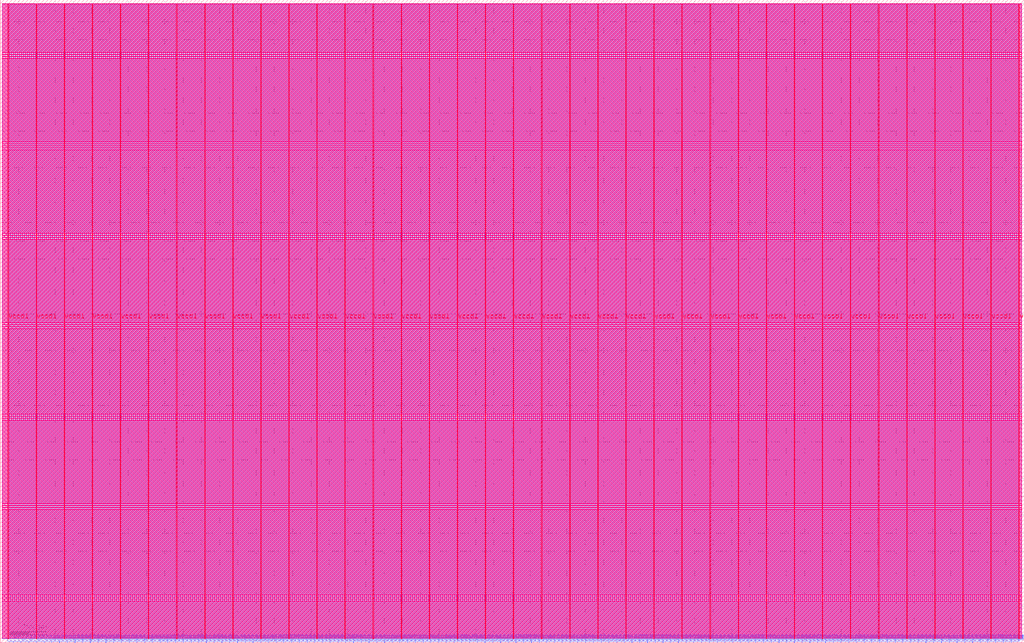
<source format=lef>
VERSION 5.7 ;
  NOWIREEXTENSIONATPIN ON ;
  DIVIDERCHAR "/" ;
  BUSBITCHARS "[]" ;
MACRO user_proj_example
  CLASS BLOCK ;
  FOREIGN user_proj_example ;
  ORIGIN 0.000 0.000 ;
  SIZE 2800.000 BY 1760.000 ;
  PIN la_data_in
    DIRECTION INPUT ;
    USE SIGNAL ;
    PORT
      LAYER met2 ;
        RECT 56.210 0.000 56.490 4.000 ;
    END
  END la_data_in
  PIN la_data_out[0]
    DIRECTION OUTPUT TRISTATE ;
    USE SIGNAL ;
    PORT
      LAYER met2 ;
        RECT 77.370 0.000 77.650 4.000 ;
    END
  END la_data_out[0]
  PIN la_data_out[100]
    DIRECTION OUTPUT TRISTATE ;
    USE SIGNAL ;
    PORT
      LAYER met2 ;
        RECT 2193.370 0.000 2193.650 4.000 ;
    END
  END la_data_out[100]
  PIN la_data_out[101]
    DIRECTION OUTPUT TRISTATE ;
    USE SIGNAL ;
    PORT
      LAYER met2 ;
        RECT 2214.530 0.000 2214.810 4.000 ;
    END
  END la_data_out[101]
  PIN la_data_out[102]
    DIRECTION OUTPUT TRISTATE ;
    USE SIGNAL ;
    PORT
      LAYER met2 ;
        RECT 2235.690 0.000 2235.970 4.000 ;
    END
  END la_data_out[102]
  PIN la_data_out[103]
    DIRECTION OUTPUT TRISTATE ;
    USE SIGNAL ;
    PORT
      LAYER met2 ;
        RECT 2256.850 0.000 2257.130 4.000 ;
    END
  END la_data_out[103]
  PIN la_data_out[104]
    DIRECTION OUTPUT TRISTATE ;
    USE SIGNAL ;
    PORT
      LAYER met2 ;
        RECT 2278.010 0.000 2278.290 4.000 ;
    END
  END la_data_out[104]
  PIN la_data_out[105]
    DIRECTION OUTPUT TRISTATE ;
    USE SIGNAL ;
    PORT
      LAYER met2 ;
        RECT 2299.170 0.000 2299.450 4.000 ;
    END
  END la_data_out[105]
  PIN la_data_out[106]
    DIRECTION OUTPUT TRISTATE ;
    USE SIGNAL ;
    PORT
      LAYER met2 ;
        RECT 2320.330 0.000 2320.610 4.000 ;
    END
  END la_data_out[106]
  PIN la_data_out[107]
    DIRECTION OUTPUT TRISTATE ;
    USE SIGNAL ;
    PORT
      LAYER met2 ;
        RECT 2341.490 0.000 2341.770 4.000 ;
    END
  END la_data_out[107]
  PIN la_data_out[108]
    DIRECTION OUTPUT TRISTATE ;
    USE SIGNAL ;
    PORT
      LAYER met2 ;
        RECT 2362.650 0.000 2362.930 4.000 ;
    END
  END la_data_out[108]
  PIN la_data_out[109]
    DIRECTION OUTPUT TRISTATE ;
    USE SIGNAL ;
    PORT
      LAYER met2 ;
        RECT 2383.810 0.000 2384.090 4.000 ;
    END
  END la_data_out[109]
  PIN la_data_out[10]
    DIRECTION OUTPUT TRISTATE ;
    USE SIGNAL ;
    PORT
      LAYER met2 ;
        RECT 288.970 0.000 289.250 4.000 ;
    END
  END la_data_out[10]
  PIN la_data_out[110]
    DIRECTION OUTPUT TRISTATE ;
    USE SIGNAL ;
    PORT
      LAYER met2 ;
        RECT 2404.970 0.000 2405.250 4.000 ;
    END
  END la_data_out[110]
  PIN la_data_out[111]
    DIRECTION OUTPUT TRISTATE ;
    USE SIGNAL ;
    PORT
      LAYER met2 ;
        RECT 2426.130 0.000 2426.410 4.000 ;
    END
  END la_data_out[111]
  PIN la_data_out[112]
    DIRECTION OUTPUT TRISTATE ;
    USE SIGNAL ;
    PORT
      LAYER met2 ;
        RECT 2447.290 0.000 2447.570 4.000 ;
    END
  END la_data_out[112]
  PIN la_data_out[113]
    DIRECTION OUTPUT TRISTATE ;
    USE SIGNAL ;
    PORT
      LAYER met2 ;
        RECT 2468.450 0.000 2468.730 4.000 ;
    END
  END la_data_out[113]
  PIN la_data_out[114]
    DIRECTION OUTPUT TRISTATE ;
    USE SIGNAL ;
    PORT
      LAYER met2 ;
        RECT 2489.610 0.000 2489.890 4.000 ;
    END
  END la_data_out[114]
  PIN la_data_out[115]
    DIRECTION OUTPUT TRISTATE ;
    USE SIGNAL ;
    PORT
      LAYER met2 ;
        RECT 2510.770 0.000 2511.050 4.000 ;
    END
  END la_data_out[115]
  PIN la_data_out[116]
    DIRECTION OUTPUT TRISTATE ;
    USE SIGNAL ;
    PORT
      LAYER met2 ;
        RECT 2531.930 0.000 2532.210 4.000 ;
    END
  END la_data_out[116]
  PIN la_data_out[117]
    DIRECTION OUTPUT TRISTATE ;
    USE SIGNAL ;
    PORT
      LAYER met2 ;
        RECT 2553.090 0.000 2553.370 4.000 ;
    END
  END la_data_out[117]
  PIN la_data_out[118]
    DIRECTION OUTPUT TRISTATE ;
    USE SIGNAL ;
    PORT
      LAYER met2 ;
        RECT 2574.250 0.000 2574.530 4.000 ;
    END
  END la_data_out[118]
  PIN la_data_out[119]
    DIRECTION OUTPUT TRISTATE ;
    USE SIGNAL ;
    PORT
      LAYER met2 ;
        RECT 2595.410 0.000 2595.690 4.000 ;
    END
  END la_data_out[119]
  PIN la_data_out[11]
    DIRECTION OUTPUT TRISTATE ;
    USE SIGNAL ;
    PORT
      LAYER met2 ;
        RECT 310.130 0.000 310.410 4.000 ;
    END
  END la_data_out[11]
  PIN la_data_out[120]
    DIRECTION OUTPUT TRISTATE ;
    USE SIGNAL ;
    PORT
      LAYER met2 ;
        RECT 2616.570 0.000 2616.850 4.000 ;
    END
  END la_data_out[120]
  PIN la_data_out[121]
    DIRECTION OUTPUT TRISTATE ;
    USE SIGNAL ;
    PORT
      LAYER met2 ;
        RECT 2637.730 0.000 2638.010 4.000 ;
    END
  END la_data_out[121]
  PIN la_data_out[122]
    DIRECTION OUTPUT TRISTATE ;
    USE SIGNAL ;
    PORT
      LAYER met2 ;
        RECT 2658.890 0.000 2659.170 4.000 ;
    END
  END la_data_out[122]
  PIN la_data_out[123]
    DIRECTION OUTPUT TRISTATE ;
    USE SIGNAL ;
    PORT
      LAYER met2 ;
        RECT 2680.050 0.000 2680.330 4.000 ;
    END
  END la_data_out[123]
  PIN la_data_out[124]
    DIRECTION OUTPUT TRISTATE ;
    USE SIGNAL ;
    PORT
      LAYER met2 ;
        RECT 2701.210 0.000 2701.490 4.000 ;
    END
  END la_data_out[124]
  PIN la_data_out[125]
    DIRECTION OUTPUT TRISTATE ;
    USE SIGNAL ;
    PORT
      LAYER met2 ;
        RECT 2722.370 0.000 2722.650 4.000 ;
    END
  END la_data_out[125]
  PIN la_data_out[126]
    DIRECTION OUTPUT TRISTATE ;
    USE SIGNAL ;
    PORT
      LAYER met2 ;
        RECT 2743.530 0.000 2743.810 4.000 ;
    END
  END la_data_out[126]
  PIN la_data_out[127]
    DIRECTION OUTPUT TRISTATE ;
    USE SIGNAL ;
    PORT
      LAYER met2 ;
        RECT 2764.690 0.000 2764.970 4.000 ;
    END
  END la_data_out[127]
  PIN la_data_out[12]
    DIRECTION OUTPUT TRISTATE ;
    USE SIGNAL ;
    PORT
      LAYER met2 ;
        RECT 331.290 0.000 331.570 4.000 ;
    END
  END la_data_out[12]
  PIN la_data_out[13]
    DIRECTION OUTPUT TRISTATE ;
    USE SIGNAL ;
    PORT
      LAYER met2 ;
        RECT 352.450 0.000 352.730 4.000 ;
    END
  END la_data_out[13]
  PIN la_data_out[14]
    DIRECTION OUTPUT TRISTATE ;
    USE SIGNAL ;
    PORT
      LAYER met2 ;
        RECT 373.610 0.000 373.890 4.000 ;
    END
  END la_data_out[14]
  PIN la_data_out[15]
    DIRECTION OUTPUT TRISTATE ;
    USE SIGNAL ;
    PORT
      LAYER met2 ;
        RECT 394.770 0.000 395.050 4.000 ;
    END
  END la_data_out[15]
  PIN la_data_out[16]
    DIRECTION OUTPUT TRISTATE ;
    USE SIGNAL ;
    PORT
      LAYER met2 ;
        RECT 415.930 0.000 416.210 4.000 ;
    END
  END la_data_out[16]
  PIN la_data_out[17]
    DIRECTION OUTPUT TRISTATE ;
    USE SIGNAL ;
    PORT
      LAYER met2 ;
        RECT 437.090 0.000 437.370 4.000 ;
    END
  END la_data_out[17]
  PIN la_data_out[18]
    DIRECTION OUTPUT TRISTATE ;
    USE SIGNAL ;
    PORT
      LAYER met2 ;
        RECT 458.250 0.000 458.530 4.000 ;
    END
  END la_data_out[18]
  PIN la_data_out[19]
    DIRECTION OUTPUT TRISTATE ;
    USE SIGNAL ;
    PORT
      LAYER met2 ;
        RECT 479.410 0.000 479.690 4.000 ;
    END
  END la_data_out[19]
  PIN la_data_out[1]
    DIRECTION OUTPUT TRISTATE ;
    USE SIGNAL ;
    PORT
      LAYER met2 ;
        RECT 98.530 0.000 98.810 4.000 ;
    END
  END la_data_out[1]
  PIN la_data_out[20]
    DIRECTION OUTPUT TRISTATE ;
    USE SIGNAL ;
    PORT
      LAYER met2 ;
        RECT 500.570 0.000 500.850 4.000 ;
    END
  END la_data_out[20]
  PIN la_data_out[21]
    DIRECTION OUTPUT TRISTATE ;
    USE SIGNAL ;
    PORT
      LAYER met2 ;
        RECT 521.730 0.000 522.010 4.000 ;
    END
  END la_data_out[21]
  PIN la_data_out[22]
    DIRECTION OUTPUT TRISTATE ;
    USE SIGNAL ;
    PORT
      LAYER met2 ;
        RECT 542.890 0.000 543.170 4.000 ;
    END
  END la_data_out[22]
  PIN la_data_out[23]
    DIRECTION OUTPUT TRISTATE ;
    USE SIGNAL ;
    PORT
      LAYER met2 ;
        RECT 564.050 0.000 564.330 4.000 ;
    END
  END la_data_out[23]
  PIN la_data_out[24]
    DIRECTION OUTPUT TRISTATE ;
    USE SIGNAL ;
    PORT
      LAYER met2 ;
        RECT 585.210 0.000 585.490 4.000 ;
    END
  END la_data_out[24]
  PIN la_data_out[25]
    DIRECTION OUTPUT TRISTATE ;
    USE SIGNAL ;
    PORT
      LAYER met2 ;
        RECT 606.370 0.000 606.650 4.000 ;
    END
  END la_data_out[25]
  PIN la_data_out[26]
    DIRECTION OUTPUT TRISTATE ;
    USE SIGNAL ;
    PORT
      LAYER met2 ;
        RECT 627.530 0.000 627.810 4.000 ;
    END
  END la_data_out[26]
  PIN la_data_out[27]
    DIRECTION OUTPUT TRISTATE ;
    USE SIGNAL ;
    PORT
      LAYER met2 ;
        RECT 648.690 0.000 648.970 4.000 ;
    END
  END la_data_out[27]
  PIN la_data_out[28]
    DIRECTION OUTPUT TRISTATE ;
    USE SIGNAL ;
    PORT
      LAYER met2 ;
        RECT 669.850 0.000 670.130 4.000 ;
    END
  END la_data_out[28]
  PIN la_data_out[29]
    DIRECTION OUTPUT TRISTATE ;
    USE SIGNAL ;
    PORT
      LAYER met2 ;
        RECT 691.010 0.000 691.290 4.000 ;
    END
  END la_data_out[29]
  PIN la_data_out[2]
    DIRECTION OUTPUT TRISTATE ;
    USE SIGNAL ;
    PORT
      LAYER met2 ;
        RECT 119.690 0.000 119.970 4.000 ;
    END
  END la_data_out[2]
  PIN la_data_out[30]
    DIRECTION OUTPUT TRISTATE ;
    USE SIGNAL ;
    PORT
      LAYER met2 ;
        RECT 712.170 0.000 712.450 4.000 ;
    END
  END la_data_out[30]
  PIN la_data_out[31]
    DIRECTION OUTPUT TRISTATE ;
    USE SIGNAL ;
    PORT
      LAYER met2 ;
        RECT 733.330 0.000 733.610 4.000 ;
    END
  END la_data_out[31]
  PIN la_data_out[32]
    DIRECTION OUTPUT TRISTATE ;
    USE SIGNAL ;
    PORT
      LAYER met2 ;
        RECT 754.490 0.000 754.770 4.000 ;
    END
  END la_data_out[32]
  PIN la_data_out[33]
    DIRECTION OUTPUT TRISTATE ;
    USE SIGNAL ;
    PORT
      LAYER met2 ;
        RECT 775.650 0.000 775.930 4.000 ;
    END
  END la_data_out[33]
  PIN la_data_out[34]
    DIRECTION OUTPUT TRISTATE ;
    USE SIGNAL ;
    PORT
      LAYER met2 ;
        RECT 796.810 0.000 797.090 4.000 ;
    END
  END la_data_out[34]
  PIN la_data_out[35]
    DIRECTION OUTPUT TRISTATE ;
    USE SIGNAL ;
    PORT
      LAYER met2 ;
        RECT 817.970 0.000 818.250 4.000 ;
    END
  END la_data_out[35]
  PIN la_data_out[36]
    DIRECTION OUTPUT TRISTATE ;
    USE SIGNAL ;
    PORT
      LAYER met2 ;
        RECT 839.130 0.000 839.410 4.000 ;
    END
  END la_data_out[36]
  PIN la_data_out[37]
    DIRECTION OUTPUT TRISTATE ;
    USE SIGNAL ;
    PORT
      LAYER met2 ;
        RECT 860.290 0.000 860.570 4.000 ;
    END
  END la_data_out[37]
  PIN la_data_out[38]
    DIRECTION OUTPUT TRISTATE ;
    USE SIGNAL ;
    PORT
      LAYER met2 ;
        RECT 881.450 0.000 881.730 4.000 ;
    END
  END la_data_out[38]
  PIN la_data_out[39]
    DIRECTION OUTPUT TRISTATE ;
    USE SIGNAL ;
    PORT
      LAYER met2 ;
        RECT 902.610 0.000 902.890 4.000 ;
    END
  END la_data_out[39]
  PIN la_data_out[3]
    DIRECTION OUTPUT TRISTATE ;
    USE SIGNAL ;
    PORT
      LAYER met2 ;
        RECT 140.850 0.000 141.130 4.000 ;
    END
  END la_data_out[3]
  PIN la_data_out[40]
    DIRECTION OUTPUT TRISTATE ;
    USE SIGNAL ;
    PORT
      LAYER met2 ;
        RECT 923.770 0.000 924.050 4.000 ;
    END
  END la_data_out[40]
  PIN la_data_out[41]
    DIRECTION OUTPUT TRISTATE ;
    USE SIGNAL ;
    PORT
      LAYER met2 ;
        RECT 944.930 0.000 945.210 4.000 ;
    END
  END la_data_out[41]
  PIN la_data_out[42]
    DIRECTION OUTPUT TRISTATE ;
    USE SIGNAL ;
    PORT
      LAYER met2 ;
        RECT 966.090 0.000 966.370 4.000 ;
    END
  END la_data_out[42]
  PIN la_data_out[43]
    DIRECTION OUTPUT TRISTATE ;
    USE SIGNAL ;
    PORT
      LAYER met2 ;
        RECT 987.250 0.000 987.530 4.000 ;
    END
  END la_data_out[43]
  PIN la_data_out[44]
    DIRECTION OUTPUT TRISTATE ;
    USE SIGNAL ;
    PORT
      LAYER met2 ;
        RECT 1008.410 0.000 1008.690 4.000 ;
    END
  END la_data_out[44]
  PIN la_data_out[45]
    DIRECTION OUTPUT TRISTATE ;
    USE SIGNAL ;
    PORT
      LAYER met2 ;
        RECT 1029.570 0.000 1029.850 4.000 ;
    END
  END la_data_out[45]
  PIN la_data_out[46]
    DIRECTION OUTPUT TRISTATE ;
    USE SIGNAL ;
    PORT
      LAYER met2 ;
        RECT 1050.730 0.000 1051.010 4.000 ;
    END
  END la_data_out[46]
  PIN la_data_out[47]
    DIRECTION OUTPUT TRISTATE ;
    USE SIGNAL ;
    PORT
      LAYER met2 ;
        RECT 1071.890 0.000 1072.170 4.000 ;
    END
  END la_data_out[47]
  PIN la_data_out[48]
    DIRECTION OUTPUT TRISTATE ;
    USE SIGNAL ;
    PORT
      LAYER met2 ;
        RECT 1093.050 0.000 1093.330 4.000 ;
    END
  END la_data_out[48]
  PIN la_data_out[49]
    DIRECTION OUTPUT TRISTATE ;
    USE SIGNAL ;
    PORT
      LAYER met2 ;
        RECT 1114.210 0.000 1114.490 4.000 ;
    END
  END la_data_out[49]
  PIN la_data_out[4]
    DIRECTION OUTPUT TRISTATE ;
    USE SIGNAL ;
    PORT
      LAYER met2 ;
        RECT 162.010 0.000 162.290 4.000 ;
    END
  END la_data_out[4]
  PIN la_data_out[50]
    DIRECTION OUTPUT TRISTATE ;
    USE SIGNAL ;
    PORT
      LAYER met2 ;
        RECT 1135.370 0.000 1135.650 4.000 ;
    END
  END la_data_out[50]
  PIN la_data_out[51]
    DIRECTION OUTPUT TRISTATE ;
    USE SIGNAL ;
    PORT
      LAYER met2 ;
        RECT 1156.530 0.000 1156.810 4.000 ;
    END
  END la_data_out[51]
  PIN la_data_out[52]
    DIRECTION OUTPUT TRISTATE ;
    USE SIGNAL ;
    PORT
      LAYER met2 ;
        RECT 1177.690 0.000 1177.970 4.000 ;
    END
  END la_data_out[52]
  PIN la_data_out[53]
    DIRECTION OUTPUT TRISTATE ;
    USE SIGNAL ;
    PORT
      LAYER met2 ;
        RECT 1198.850 0.000 1199.130 4.000 ;
    END
  END la_data_out[53]
  PIN la_data_out[54]
    DIRECTION OUTPUT TRISTATE ;
    USE SIGNAL ;
    PORT
      LAYER met2 ;
        RECT 1220.010 0.000 1220.290 4.000 ;
    END
  END la_data_out[54]
  PIN la_data_out[55]
    DIRECTION OUTPUT TRISTATE ;
    USE SIGNAL ;
    PORT
      LAYER met2 ;
        RECT 1241.170 0.000 1241.450 4.000 ;
    END
  END la_data_out[55]
  PIN la_data_out[56]
    DIRECTION OUTPUT TRISTATE ;
    USE SIGNAL ;
    PORT
      LAYER met2 ;
        RECT 1262.330 0.000 1262.610 4.000 ;
    END
  END la_data_out[56]
  PIN la_data_out[57]
    DIRECTION OUTPUT TRISTATE ;
    USE SIGNAL ;
    PORT
      LAYER met2 ;
        RECT 1283.490 0.000 1283.770 4.000 ;
    END
  END la_data_out[57]
  PIN la_data_out[58]
    DIRECTION OUTPUT TRISTATE ;
    USE SIGNAL ;
    PORT
      LAYER met2 ;
        RECT 1304.650 0.000 1304.930 4.000 ;
    END
  END la_data_out[58]
  PIN la_data_out[59]
    DIRECTION OUTPUT TRISTATE ;
    USE SIGNAL ;
    PORT
      LAYER met2 ;
        RECT 1325.810 0.000 1326.090 4.000 ;
    END
  END la_data_out[59]
  PIN la_data_out[5]
    DIRECTION OUTPUT TRISTATE ;
    USE SIGNAL ;
    PORT
      LAYER met2 ;
        RECT 183.170 0.000 183.450 4.000 ;
    END
  END la_data_out[5]
  PIN la_data_out[60]
    DIRECTION OUTPUT TRISTATE ;
    USE SIGNAL ;
    PORT
      LAYER met2 ;
        RECT 1346.970 0.000 1347.250 4.000 ;
    END
  END la_data_out[60]
  PIN la_data_out[61]
    DIRECTION OUTPUT TRISTATE ;
    USE SIGNAL ;
    PORT
      LAYER met2 ;
        RECT 1368.130 0.000 1368.410 4.000 ;
    END
  END la_data_out[61]
  PIN la_data_out[62]
    DIRECTION OUTPUT TRISTATE ;
    USE SIGNAL ;
    PORT
      LAYER met2 ;
        RECT 1389.290 0.000 1389.570 4.000 ;
    END
  END la_data_out[62]
  PIN la_data_out[63]
    DIRECTION OUTPUT TRISTATE ;
    USE SIGNAL ;
    PORT
      LAYER met2 ;
        RECT 1410.450 0.000 1410.730 4.000 ;
    END
  END la_data_out[63]
  PIN la_data_out[64]
    DIRECTION OUTPUT TRISTATE ;
    USE SIGNAL ;
    PORT
      LAYER met2 ;
        RECT 1431.610 0.000 1431.890 4.000 ;
    END
  END la_data_out[64]
  PIN la_data_out[65]
    DIRECTION OUTPUT TRISTATE ;
    USE SIGNAL ;
    PORT
      LAYER met2 ;
        RECT 1452.770 0.000 1453.050 4.000 ;
    END
  END la_data_out[65]
  PIN la_data_out[66]
    DIRECTION OUTPUT TRISTATE ;
    USE SIGNAL ;
    PORT
      LAYER met2 ;
        RECT 1473.930 0.000 1474.210 4.000 ;
    END
  END la_data_out[66]
  PIN la_data_out[67]
    DIRECTION OUTPUT TRISTATE ;
    USE SIGNAL ;
    PORT
      LAYER met2 ;
        RECT 1495.090 0.000 1495.370 4.000 ;
    END
  END la_data_out[67]
  PIN la_data_out[68]
    DIRECTION OUTPUT TRISTATE ;
    USE SIGNAL ;
    PORT
      LAYER met2 ;
        RECT 1516.250 0.000 1516.530 4.000 ;
    END
  END la_data_out[68]
  PIN la_data_out[69]
    DIRECTION OUTPUT TRISTATE ;
    USE SIGNAL ;
    PORT
      LAYER met2 ;
        RECT 1537.410 0.000 1537.690 4.000 ;
    END
  END la_data_out[69]
  PIN la_data_out[6]
    DIRECTION OUTPUT TRISTATE ;
    USE SIGNAL ;
    PORT
      LAYER met2 ;
        RECT 204.330 0.000 204.610 4.000 ;
    END
  END la_data_out[6]
  PIN la_data_out[70]
    DIRECTION OUTPUT TRISTATE ;
    USE SIGNAL ;
    PORT
      LAYER met2 ;
        RECT 1558.570 0.000 1558.850 4.000 ;
    END
  END la_data_out[70]
  PIN la_data_out[71]
    DIRECTION OUTPUT TRISTATE ;
    USE SIGNAL ;
    PORT
      LAYER met2 ;
        RECT 1579.730 0.000 1580.010 4.000 ;
    END
  END la_data_out[71]
  PIN la_data_out[72]
    DIRECTION OUTPUT TRISTATE ;
    USE SIGNAL ;
    PORT
      LAYER met2 ;
        RECT 1600.890 0.000 1601.170 4.000 ;
    END
  END la_data_out[72]
  PIN la_data_out[73]
    DIRECTION OUTPUT TRISTATE ;
    USE SIGNAL ;
    PORT
      LAYER met2 ;
        RECT 1622.050 0.000 1622.330 4.000 ;
    END
  END la_data_out[73]
  PIN la_data_out[74]
    DIRECTION OUTPUT TRISTATE ;
    USE SIGNAL ;
    PORT
      LAYER met2 ;
        RECT 1643.210 0.000 1643.490 4.000 ;
    END
  END la_data_out[74]
  PIN la_data_out[75]
    DIRECTION OUTPUT TRISTATE ;
    USE SIGNAL ;
    PORT
      LAYER met2 ;
        RECT 1664.370 0.000 1664.650 4.000 ;
    END
  END la_data_out[75]
  PIN la_data_out[76]
    DIRECTION OUTPUT TRISTATE ;
    USE SIGNAL ;
    PORT
      LAYER met2 ;
        RECT 1685.530 0.000 1685.810 4.000 ;
    END
  END la_data_out[76]
  PIN la_data_out[77]
    DIRECTION OUTPUT TRISTATE ;
    USE SIGNAL ;
    PORT
      LAYER met2 ;
        RECT 1706.690 0.000 1706.970 4.000 ;
    END
  END la_data_out[77]
  PIN la_data_out[78]
    DIRECTION OUTPUT TRISTATE ;
    USE SIGNAL ;
    PORT
      LAYER met2 ;
        RECT 1727.850 0.000 1728.130 4.000 ;
    END
  END la_data_out[78]
  PIN la_data_out[79]
    DIRECTION OUTPUT TRISTATE ;
    USE SIGNAL ;
    PORT
      LAYER met2 ;
        RECT 1749.010 0.000 1749.290 4.000 ;
    END
  END la_data_out[79]
  PIN la_data_out[7]
    DIRECTION OUTPUT TRISTATE ;
    USE SIGNAL ;
    PORT
      LAYER met2 ;
        RECT 225.490 0.000 225.770 4.000 ;
    END
  END la_data_out[7]
  PIN la_data_out[80]
    DIRECTION OUTPUT TRISTATE ;
    USE SIGNAL ;
    PORT
      LAYER met2 ;
        RECT 1770.170 0.000 1770.450 4.000 ;
    END
  END la_data_out[80]
  PIN la_data_out[81]
    DIRECTION OUTPUT TRISTATE ;
    USE SIGNAL ;
    PORT
      LAYER met2 ;
        RECT 1791.330 0.000 1791.610 4.000 ;
    END
  END la_data_out[81]
  PIN la_data_out[82]
    DIRECTION OUTPUT TRISTATE ;
    USE SIGNAL ;
    PORT
      LAYER met2 ;
        RECT 1812.490 0.000 1812.770 4.000 ;
    END
  END la_data_out[82]
  PIN la_data_out[83]
    DIRECTION OUTPUT TRISTATE ;
    USE SIGNAL ;
    PORT
      LAYER met2 ;
        RECT 1833.650 0.000 1833.930 4.000 ;
    END
  END la_data_out[83]
  PIN la_data_out[84]
    DIRECTION OUTPUT TRISTATE ;
    USE SIGNAL ;
    PORT
      LAYER met2 ;
        RECT 1854.810 0.000 1855.090 4.000 ;
    END
  END la_data_out[84]
  PIN la_data_out[85]
    DIRECTION OUTPUT TRISTATE ;
    USE SIGNAL ;
    PORT
      LAYER met2 ;
        RECT 1875.970 0.000 1876.250 4.000 ;
    END
  END la_data_out[85]
  PIN la_data_out[86]
    DIRECTION OUTPUT TRISTATE ;
    USE SIGNAL ;
    PORT
      LAYER met2 ;
        RECT 1897.130 0.000 1897.410 4.000 ;
    END
  END la_data_out[86]
  PIN la_data_out[87]
    DIRECTION OUTPUT TRISTATE ;
    USE SIGNAL ;
    PORT
      LAYER met2 ;
        RECT 1918.290 0.000 1918.570 4.000 ;
    END
  END la_data_out[87]
  PIN la_data_out[88]
    DIRECTION OUTPUT TRISTATE ;
    USE SIGNAL ;
    PORT
      LAYER met2 ;
        RECT 1939.450 0.000 1939.730 4.000 ;
    END
  END la_data_out[88]
  PIN la_data_out[89]
    DIRECTION OUTPUT TRISTATE ;
    USE SIGNAL ;
    PORT
      LAYER met2 ;
        RECT 1960.610 0.000 1960.890 4.000 ;
    END
  END la_data_out[89]
  PIN la_data_out[8]
    DIRECTION OUTPUT TRISTATE ;
    USE SIGNAL ;
    PORT
      LAYER met2 ;
        RECT 246.650 0.000 246.930 4.000 ;
    END
  END la_data_out[8]
  PIN la_data_out[90]
    DIRECTION OUTPUT TRISTATE ;
    USE SIGNAL ;
    PORT
      LAYER met2 ;
        RECT 1981.770 0.000 1982.050 4.000 ;
    END
  END la_data_out[90]
  PIN la_data_out[91]
    DIRECTION OUTPUT TRISTATE ;
    USE SIGNAL ;
    PORT
      LAYER met2 ;
        RECT 2002.930 0.000 2003.210 4.000 ;
    END
  END la_data_out[91]
  PIN la_data_out[92]
    DIRECTION OUTPUT TRISTATE ;
    USE SIGNAL ;
    PORT
      LAYER met2 ;
        RECT 2024.090 0.000 2024.370 4.000 ;
    END
  END la_data_out[92]
  PIN la_data_out[93]
    DIRECTION OUTPUT TRISTATE ;
    USE SIGNAL ;
    PORT
      LAYER met2 ;
        RECT 2045.250 0.000 2045.530 4.000 ;
    END
  END la_data_out[93]
  PIN la_data_out[94]
    DIRECTION OUTPUT TRISTATE ;
    USE SIGNAL ;
    PORT
      LAYER met2 ;
        RECT 2066.410 0.000 2066.690 4.000 ;
    END
  END la_data_out[94]
  PIN la_data_out[95]
    DIRECTION OUTPUT TRISTATE ;
    USE SIGNAL ;
    PORT
      LAYER met2 ;
        RECT 2087.570 0.000 2087.850 4.000 ;
    END
  END la_data_out[95]
  PIN la_data_out[96]
    DIRECTION OUTPUT TRISTATE ;
    USE SIGNAL ;
    PORT
      LAYER met2 ;
        RECT 2108.730 0.000 2109.010 4.000 ;
    END
  END la_data_out[96]
  PIN la_data_out[97]
    DIRECTION OUTPUT TRISTATE ;
    USE SIGNAL ;
    PORT
      LAYER met2 ;
        RECT 2129.890 0.000 2130.170 4.000 ;
    END
  END la_data_out[97]
  PIN la_data_out[98]
    DIRECTION OUTPUT TRISTATE ;
    USE SIGNAL ;
    PORT
      LAYER met2 ;
        RECT 2151.050 0.000 2151.330 4.000 ;
    END
  END la_data_out[98]
  PIN la_data_out[99]
    DIRECTION OUTPUT TRISTATE ;
    USE SIGNAL ;
    PORT
      LAYER met2 ;
        RECT 2172.210 0.000 2172.490 4.000 ;
    END
  END la_data_out[99]
  PIN la_data_out[9]
    DIRECTION OUTPUT TRISTATE ;
    USE SIGNAL ;
    PORT
      LAYER met2 ;
        RECT 267.810 0.000 268.090 4.000 ;
    END
  END la_data_out[9]
  PIN vccd1
    DIRECTION INOUT ;
    USE POWER ;
    PORT
      LAYER met4 ;
        RECT 21.040 10.640 22.640 1749.200 ;
    END
    PORT
      LAYER met4 ;
        RECT 174.640 10.640 176.240 1749.200 ;
    END
    PORT
      LAYER met4 ;
        RECT 328.240 10.640 329.840 1749.200 ;
    END
    PORT
      LAYER met4 ;
        RECT 481.840 10.640 483.440 1749.200 ;
    END
    PORT
      LAYER met4 ;
        RECT 635.440 10.640 637.040 1749.200 ;
    END
    PORT
      LAYER met4 ;
        RECT 789.040 10.640 790.640 1749.200 ;
    END
    PORT
      LAYER met4 ;
        RECT 942.640 10.640 944.240 1749.200 ;
    END
    PORT
      LAYER met4 ;
        RECT 1096.240 10.640 1097.840 1749.200 ;
    END
    PORT
      LAYER met4 ;
        RECT 1249.840 10.640 1251.440 1749.200 ;
    END
    PORT
      LAYER met4 ;
        RECT 1403.440 10.640 1405.040 1749.200 ;
    END
    PORT
      LAYER met4 ;
        RECT 1557.040 10.640 1558.640 1749.200 ;
    END
    PORT
      LAYER met4 ;
        RECT 1710.640 10.640 1712.240 1749.200 ;
    END
    PORT
      LAYER met4 ;
        RECT 1864.240 10.640 1865.840 1749.200 ;
    END
    PORT
      LAYER met4 ;
        RECT 2017.840 10.640 2019.440 1749.200 ;
    END
    PORT
      LAYER met4 ;
        RECT 2171.440 10.640 2173.040 1749.200 ;
    END
    PORT
      LAYER met4 ;
        RECT 2325.040 10.640 2326.640 1749.200 ;
    END
    PORT
      LAYER met4 ;
        RECT 2478.640 10.640 2480.240 1749.200 ;
    END
    PORT
      LAYER met4 ;
        RECT 2632.240 10.640 2633.840 1749.200 ;
    END
    PORT
      LAYER met4 ;
        RECT 2785.840 10.640 2787.440 1749.200 ;
    END
  END vccd1
  PIN vssd1
    DIRECTION INOUT ;
    USE GROUND ;
    PORT
      LAYER met4 ;
        RECT 97.840 10.640 99.440 1749.200 ;
    END
    PORT
      LAYER met4 ;
        RECT 251.440 10.640 253.040 1749.200 ;
    END
    PORT
      LAYER met4 ;
        RECT 405.040 10.640 406.640 1749.200 ;
    END
    PORT
      LAYER met4 ;
        RECT 558.640 10.640 560.240 1749.200 ;
    END
    PORT
      LAYER met4 ;
        RECT 712.240 10.640 713.840 1749.200 ;
    END
    PORT
      LAYER met4 ;
        RECT 865.840 10.640 867.440 1749.200 ;
    END
    PORT
      LAYER met4 ;
        RECT 1019.440 10.640 1021.040 1749.200 ;
    END
    PORT
      LAYER met4 ;
        RECT 1173.040 10.640 1174.640 1749.200 ;
    END
    PORT
      LAYER met4 ;
        RECT 1326.640 10.640 1328.240 1749.200 ;
    END
    PORT
      LAYER met4 ;
        RECT 1480.240 10.640 1481.840 1749.200 ;
    END
    PORT
      LAYER met4 ;
        RECT 1633.840 10.640 1635.440 1749.200 ;
    END
    PORT
      LAYER met4 ;
        RECT 1787.440 10.640 1789.040 1749.200 ;
    END
    PORT
      LAYER met4 ;
        RECT 1941.040 10.640 1942.640 1749.200 ;
    END
    PORT
      LAYER met4 ;
        RECT 2094.640 10.640 2096.240 1749.200 ;
    END
    PORT
      LAYER met4 ;
        RECT 2248.240 10.640 2249.840 1749.200 ;
    END
    PORT
      LAYER met4 ;
        RECT 2401.840 10.640 2403.440 1749.200 ;
    END
    PORT
      LAYER met4 ;
        RECT 2555.440 10.640 2557.040 1749.200 ;
    END
    PORT
      LAYER met4 ;
        RECT 2709.040 10.640 2710.640 1749.200 ;
    END
  END vssd1
  PIN wb_clk_i
    DIRECTION INPUT ;
    USE SIGNAL ;
    PORT
      LAYER met2 ;
        RECT 35.050 0.000 35.330 4.000 ;
    END
  END wb_clk_i
  OBS
      LAYER nwell ;
        RECT 5.330 1747.545 2794.230 1749.150 ;
        RECT 5.330 1742.105 2794.230 1744.935 ;
        RECT 5.330 1736.665 2794.230 1739.495 ;
        RECT 5.330 1731.225 2794.230 1734.055 ;
        RECT 5.330 1725.785 2794.230 1728.615 ;
        RECT 5.330 1720.345 2794.230 1723.175 ;
        RECT 5.330 1714.905 2794.230 1717.735 ;
        RECT 5.330 1709.465 2794.230 1712.295 ;
        RECT 5.330 1704.025 2794.230 1706.855 ;
        RECT 5.330 1698.585 2794.230 1701.415 ;
        RECT 5.330 1693.145 2794.230 1695.975 ;
        RECT 5.330 1687.705 2794.230 1690.535 ;
        RECT 5.330 1682.265 2794.230 1685.095 ;
        RECT 5.330 1676.825 2794.230 1679.655 ;
        RECT 5.330 1671.385 2794.230 1674.215 ;
        RECT 5.330 1665.945 2794.230 1668.775 ;
        RECT 5.330 1660.505 2794.230 1663.335 ;
        RECT 5.330 1655.065 2794.230 1657.895 ;
        RECT 5.330 1649.625 2794.230 1652.455 ;
        RECT 5.330 1644.185 2794.230 1647.015 ;
        RECT 5.330 1638.745 2794.230 1641.575 ;
        RECT 5.330 1633.305 2794.230 1636.135 ;
        RECT 5.330 1627.865 2794.230 1630.695 ;
        RECT 5.330 1622.425 2794.230 1625.255 ;
        RECT 5.330 1616.985 2794.230 1619.815 ;
        RECT 5.330 1611.545 2794.230 1614.375 ;
        RECT 5.330 1606.105 2794.230 1608.935 ;
        RECT 5.330 1600.665 2794.230 1603.495 ;
        RECT 5.330 1595.225 2794.230 1598.055 ;
        RECT 5.330 1589.785 2794.230 1592.615 ;
        RECT 5.330 1584.345 2794.230 1587.175 ;
        RECT 5.330 1578.905 2794.230 1581.735 ;
        RECT 5.330 1573.465 2794.230 1576.295 ;
        RECT 5.330 1568.025 2794.230 1570.855 ;
        RECT 5.330 1562.585 2794.230 1565.415 ;
        RECT 5.330 1557.145 2794.230 1559.975 ;
        RECT 5.330 1551.705 2794.230 1554.535 ;
        RECT 5.330 1546.265 2794.230 1549.095 ;
        RECT 5.330 1540.825 2794.230 1543.655 ;
        RECT 5.330 1535.385 2794.230 1538.215 ;
        RECT 5.330 1529.945 2794.230 1532.775 ;
        RECT 5.330 1524.505 2794.230 1527.335 ;
        RECT 5.330 1519.065 2794.230 1521.895 ;
        RECT 5.330 1513.625 2794.230 1516.455 ;
        RECT 5.330 1508.185 2794.230 1511.015 ;
        RECT 5.330 1502.745 2794.230 1505.575 ;
        RECT 5.330 1497.305 2794.230 1500.135 ;
        RECT 5.330 1491.865 2794.230 1494.695 ;
        RECT 5.330 1486.425 2794.230 1489.255 ;
        RECT 5.330 1480.985 2794.230 1483.815 ;
        RECT 5.330 1475.545 2794.230 1478.375 ;
        RECT 5.330 1470.105 2794.230 1472.935 ;
        RECT 5.330 1464.665 2794.230 1467.495 ;
        RECT 5.330 1459.225 2794.230 1462.055 ;
        RECT 5.330 1453.785 2794.230 1456.615 ;
        RECT 5.330 1448.345 2794.230 1451.175 ;
        RECT 5.330 1442.905 2794.230 1445.735 ;
        RECT 5.330 1437.465 2794.230 1440.295 ;
        RECT 5.330 1432.025 2794.230 1434.855 ;
        RECT 5.330 1426.585 2794.230 1429.415 ;
        RECT 5.330 1421.145 2794.230 1423.975 ;
        RECT 5.330 1415.705 2794.230 1418.535 ;
        RECT 5.330 1410.265 2794.230 1413.095 ;
        RECT 5.330 1404.825 2794.230 1407.655 ;
        RECT 5.330 1399.385 2794.230 1402.215 ;
        RECT 5.330 1393.945 2794.230 1396.775 ;
        RECT 5.330 1388.505 2794.230 1391.335 ;
        RECT 5.330 1383.065 2794.230 1385.895 ;
        RECT 5.330 1377.625 2794.230 1380.455 ;
        RECT 5.330 1372.185 2794.230 1375.015 ;
        RECT 5.330 1366.745 2794.230 1369.575 ;
        RECT 5.330 1361.305 2794.230 1364.135 ;
        RECT 5.330 1355.865 2794.230 1358.695 ;
        RECT 5.330 1350.425 2794.230 1353.255 ;
        RECT 5.330 1344.985 2794.230 1347.815 ;
        RECT 5.330 1339.545 2794.230 1342.375 ;
        RECT 5.330 1334.105 2794.230 1336.935 ;
        RECT 5.330 1328.665 2794.230 1331.495 ;
        RECT 5.330 1323.225 2794.230 1326.055 ;
        RECT 5.330 1317.785 2794.230 1320.615 ;
        RECT 5.330 1312.345 2794.230 1315.175 ;
        RECT 5.330 1306.905 2794.230 1309.735 ;
        RECT 5.330 1301.465 2794.230 1304.295 ;
        RECT 5.330 1296.025 2794.230 1298.855 ;
        RECT 5.330 1290.585 2794.230 1293.415 ;
        RECT 5.330 1285.145 2794.230 1287.975 ;
        RECT 5.330 1279.705 2794.230 1282.535 ;
        RECT 5.330 1274.265 2794.230 1277.095 ;
        RECT 5.330 1268.825 2794.230 1271.655 ;
        RECT 5.330 1263.385 2794.230 1266.215 ;
        RECT 5.330 1257.945 2794.230 1260.775 ;
        RECT 5.330 1252.505 2794.230 1255.335 ;
        RECT 5.330 1247.065 2794.230 1249.895 ;
        RECT 5.330 1241.625 2794.230 1244.455 ;
        RECT 5.330 1236.185 2794.230 1239.015 ;
        RECT 5.330 1230.745 2794.230 1233.575 ;
        RECT 5.330 1225.305 2794.230 1228.135 ;
        RECT 5.330 1219.865 2794.230 1222.695 ;
        RECT 5.330 1214.425 2794.230 1217.255 ;
        RECT 5.330 1208.985 2794.230 1211.815 ;
        RECT 5.330 1203.545 2794.230 1206.375 ;
        RECT 5.330 1198.105 2794.230 1200.935 ;
        RECT 5.330 1192.665 2794.230 1195.495 ;
        RECT 5.330 1187.225 2794.230 1190.055 ;
        RECT 5.330 1181.785 2794.230 1184.615 ;
        RECT 5.330 1176.345 2794.230 1179.175 ;
        RECT 5.330 1170.905 2794.230 1173.735 ;
        RECT 5.330 1165.465 2794.230 1168.295 ;
        RECT 5.330 1160.025 2794.230 1162.855 ;
        RECT 5.330 1154.585 2794.230 1157.415 ;
        RECT 5.330 1149.145 2794.230 1151.975 ;
        RECT 5.330 1143.705 2794.230 1146.535 ;
        RECT 5.330 1138.265 2794.230 1141.095 ;
        RECT 5.330 1132.825 2794.230 1135.655 ;
        RECT 5.330 1127.385 2794.230 1130.215 ;
        RECT 5.330 1121.945 2794.230 1124.775 ;
        RECT 5.330 1116.505 2794.230 1119.335 ;
        RECT 5.330 1111.065 2794.230 1113.895 ;
        RECT 5.330 1105.625 2794.230 1108.455 ;
        RECT 5.330 1100.185 2794.230 1103.015 ;
        RECT 5.330 1094.745 2794.230 1097.575 ;
        RECT 5.330 1089.305 2794.230 1092.135 ;
        RECT 5.330 1083.865 2794.230 1086.695 ;
        RECT 5.330 1078.425 2794.230 1081.255 ;
        RECT 5.330 1072.985 2794.230 1075.815 ;
        RECT 5.330 1067.545 2794.230 1070.375 ;
        RECT 5.330 1062.105 2794.230 1064.935 ;
        RECT 5.330 1056.665 2794.230 1059.495 ;
        RECT 5.330 1051.225 2794.230 1054.055 ;
        RECT 5.330 1045.785 2794.230 1048.615 ;
        RECT 5.330 1040.345 2794.230 1043.175 ;
        RECT 5.330 1034.905 2794.230 1037.735 ;
        RECT 5.330 1029.465 2794.230 1032.295 ;
        RECT 5.330 1024.025 2794.230 1026.855 ;
        RECT 5.330 1018.585 2794.230 1021.415 ;
        RECT 5.330 1013.145 2794.230 1015.975 ;
        RECT 5.330 1007.705 2794.230 1010.535 ;
        RECT 5.330 1002.265 2794.230 1005.095 ;
        RECT 5.330 996.825 2794.230 999.655 ;
        RECT 5.330 991.385 2794.230 994.215 ;
        RECT 5.330 985.945 2794.230 988.775 ;
        RECT 5.330 980.505 2794.230 983.335 ;
        RECT 5.330 975.065 2794.230 977.895 ;
        RECT 5.330 969.625 2794.230 972.455 ;
        RECT 5.330 964.185 2794.230 967.015 ;
        RECT 5.330 958.745 2794.230 961.575 ;
        RECT 5.330 953.305 2794.230 956.135 ;
        RECT 5.330 947.865 2794.230 950.695 ;
        RECT 5.330 942.425 2794.230 945.255 ;
        RECT 5.330 936.985 2794.230 939.815 ;
        RECT 5.330 931.545 2794.230 934.375 ;
        RECT 5.330 926.105 2794.230 928.935 ;
        RECT 5.330 920.665 2794.230 923.495 ;
        RECT 5.330 915.225 2794.230 918.055 ;
        RECT 5.330 909.785 2794.230 912.615 ;
        RECT 5.330 904.345 2794.230 907.175 ;
        RECT 5.330 898.905 2794.230 901.735 ;
        RECT 5.330 893.465 2794.230 896.295 ;
        RECT 5.330 888.025 2794.230 890.855 ;
        RECT 5.330 882.585 2794.230 885.415 ;
        RECT 5.330 877.145 2794.230 879.975 ;
        RECT 5.330 871.705 2794.230 874.535 ;
        RECT 5.330 866.265 2794.230 869.095 ;
        RECT 5.330 860.825 2794.230 863.655 ;
        RECT 5.330 855.385 2794.230 858.215 ;
        RECT 5.330 849.945 2794.230 852.775 ;
        RECT 5.330 844.505 2794.230 847.335 ;
        RECT 5.330 839.065 2794.230 841.895 ;
        RECT 5.330 833.625 2794.230 836.455 ;
        RECT 5.330 828.185 2794.230 831.015 ;
        RECT 5.330 822.745 2794.230 825.575 ;
        RECT 5.330 817.305 2794.230 820.135 ;
        RECT 5.330 811.865 2794.230 814.695 ;
        RECT 5.330 806.425 2794.230 809.255 ;
        RECT 5.330 800.985 2794.230 803.815 ;
        RECT 5.330 795.545 2794.230 798.375 ;
        RECT 5.330 790.105 2794.230 792.935 ;
        RECT 5.330 784.665 2794.230 787.495 ;
        RECT 5.330 779.225 2794.230 782.055 ;
        RECT 5.330 773.785 2794.230 776.615 ;
        RECT 5.330 768.345 2794.230 771.175 ;
        RECT 5.330 762.905 2794.230 765.735 ;
        RECT 5.330 757.465 2794.230 760.295 ;
        RECT 5.330 752.025 2794.230 754.855 ;
        RECT 5.330 746.585 2794.230 749.415 ;
        RECT 5.330 741.145 2794.230 743.975 ;
        RECT 5.330 735.705 2794.230 738.535 ;
        RECT 5.330 730.265 2794.230 733.095 ;
        RECT 5.330 724.825 2794.230 727.655 ;
        RECT 5.330 719.385 2794.230 722.215 ;
        RECT 5.330 713.945 2794.230 716.775 ;
        RECT 5.330 708.505 2794.230 711.335 ;
        RECT 5.330 703.065 2794.230 705.895 ;
        RECT 5.330 697.625 2794.230 700.455 ;
        RECT 5.330 692.185 2794.230 695.015 ;
        RECT 5.330 686.745 2794.230 689.575 ;
        RECT 5.330 681.305 2794.230 684.135 ;
        RECT 5.330 675.865 2794.230 678.695 ;
        RECT 5.330 670.425 2794.230 673.255 ;
        RECT 5.330 664.985 2794.230 667.815 ;
        RECT 5.330 659.545 2794.230 662.375 ;
        RECT 5.330 654.105 2794.230 656.935 ;
        RECT 5.330 648.665 2794.230 651.495 ;
        RECT 5.330 643.225 2794.230 646.055 ;
        RECT 5.330 637.785 2794.230 640.615 ;
        RECT 5.330 632.345 2794.230 635.175 ;
        RECT 5.330 626.905 2794.230 629.735 ;
        RECT 5.330 621.465 2794.230 624.295 ;
        RECT 5.330 616.025 2794.230 618.855 ;
        RECT 5.330 610.585 2794.230 613.415 ;
        RECT 5.330 605.145 2794.230 607.975 ;
        RECT 5.330 599.705 2794.230 602.535 ;
        RECT 5.330 594.265 2794.230 597.095 ;
        RECT 5.330 588.825 2794.230 591.655 ;
        RECT 5.330 583.385 2794.230 586.215 ;
        RECT 5.330 577.945 2794.230 580.775 ;
        RECT 5.330 572.505 2794.230 575.335 ;
        RECT 5.330 567.065 2794.230 569.895 ;
        RECT 5.330 561.625 2794.230 564.455 ;
        RECT 5.330 556.185 2794.230 559.015 ;
        RECT 5.330 550.745 2794.230 553.575 ;
        RECT 5.330 545.305 2794.230 548.135 ;
        RECT 5.330 539.865 2794.230 542.695 ;
        RECT 5.330 534.425 2794.230 537.255 ;
        RECT 5.330 528.985 2794.230 531.815 ;
        RECT 5.330 523.545 2794.230 526.375 ;
        RECT 5.330 518.105 2794.230 520.935 ;
        RECT 5.330 512.665 2794.230 515.495 ;
        RECT 5.330 507.225 2794.230 510.055 ;
        RECT 5.330 501.785 2794.230 504.615 ;
        RECT 5.330 496.345 2794.230 499.175 ;
        RECT 5.330 490.905 2794.230 493.735 ;
        RECT 5.330 485.465 2794.230 488.295 ;
        RECT 5.330 480.025 2794.230 482.855 ;
        RECT 5.330 474.585 2794.230 477.415 ;
        RECT 5.330 469.145 2794.230 471.975 ;
        RECT 5.330 463.705 2794.230 466.535 ;
        RECT 5.330 458.265 2794.230 461.095 ;
        RECT 5.330 452.825 2794.230 455.655 ;
        RECT 5.330 447.385 2794.230 450.215 ;
        RECT 5.330 441.945 2794.230 444.775 ;
        RECT 5.330 436.505 2794.230 439.335 ;
        RECT 5.330 431.065 2794.230 433.895 ;
        RECT 5.330 425.625 2794.230 428.455 ;
        RECT 5.330 420.185 2794.230 423.015 ;
        RECT 5.330 414.745 2794.230 417.575 ;
        RECT 5.330 409.305 2794.230 412.135 ;
        RECT 5.330 403.865 2794.230 406.695 ;
        RECT 5.330 398.425 2794.230 401.255 ;
        RECT 5.330 392.985 2794.230 395.815 ;
        RECT 5.330 387.545 2794.230 390.375 ;
        RECT 5.330 382.105 2794.230 384.935 ;
        RECT 5.330 376.665 2794.230 379.495 ;
        RECT 5.330 371.225 2794.230 374.055 ;
        RECT 5.330 365.785 2794.230 368.615 ;
        RECT 5.330 360.345 2794.230 363.175 ;
        RECT 5.330 354.905 2794.230 357.735 ;
        RECT 5.330 349.465 2794.230 352.295 ;
        RECT 5.330 344.025 2794.230 346.855 ;
        RECT 5.330 338.585 2794.230 341.415 ;
        RECT 5.330 333.145 2794.230 335.975 ;
        RECT 5.330 327.705 2794.230 330.535 ;
        RECT 5.330 322.265 2794.230 325.095 ;
        RECT 5.330 316.825 2794.230 319.655 ;
        RECT 5.330 311.385 2794.230 314.215 ;
        RECT 5.330 305.945 2794.230 308.775 ;
        RECT 5.330 300.505 2794.230 303.335 ;
        RECT 5.330 295.065 2794.230 297.895 ;
        RECT 5.330 289.625 2794.230 292.455 ;
        RECT 5.330 284.185 2794.230 287.015 ;
        RECT 5.330 278.745 2794.230 281.575 ;
        RECT 5.330 273.305 2794.230 276.135 ;
        RECT 5.330 267.865 2794.230 270.695 ;
        RECT 5.330 262.425 2794.230 265.255 ;
        RECT 5.330 256.985 2794.230 259.815 ;
        RECT 5.330 251.545 2794.230 254.375 ;
        RECT 5.330 246.105 2794.230 248.935 ;
        RECT 5.330 240.665 2794.230 243.495 ;
        RECT 5.330 235.225 2794.230 238.055 ;
        RECT 5.330 229.785 2794.230 232.615 ;
        RECT 5.330 224.345 2794.230 227.175 ;
        RECT 5.330 218.905 2794.230 221.735 ;
        RECT 5.330 213.465 2794.230 216.295 ;
        RECT 5.330 208.025 2794.230 210.855 ;
        RECT 5.330 202.585 2794.230 205.415 ;
        RECT 5.330 197.145 2794.230 199.975 ;
        RECT 5.330 191.705 2794.230 194.535 ;
        RECT 5.330 186.265 2794.230 189.095 ;
        RECT 5.330 180.825 2794.230 183.655 ;
        RECT 5.330 175.385 2794.230 178.215 ;
        RECT 5.330 169.945 2794.230 172.775 ;
        RECT 5.330 164.505 2794.230 167.335 ;
        RECT 5.330 159.065 2794.230 161.895 ;
        RECT 5.330 153.625 2794.230 156.455 ;
        RECT 5.330 148.185 2794.230 151.015 ;
        RECT 5.330 142.745 2794.230 145.575 ;
        RECT 5.330 137.305 2794.230 140.135 ;
        RECT 5.330 131.865 2794.230 134.695 ;
        RECT 5.330 126.425 2794.230 129.255 ;
        RECT 5.330 120.985 2794.230 123.815 ;
        RECT 5.330 115.545 2794.230 118.375 ;
        RECT 5.330 110.105 2794.230 112.935 ;
        RECT 5.330 104.665 2794.230 107.495 ;
        RECT 5.330 99.225 2794.230 102.055 ;
        RECT 5.330 93.785 2794.230 96.615 ;
        RECT 5.330 88.345 2794.230 91.175 ;
        RECT 5.330 82.905 2794.230 85.735 ;
        RECT 5.330 77.465 2794.230 80.295 ;
        RECT 5.330 72.025 2794.230 74.855 ;
        RECT 5.330 66.585 2794.230 69.415 ;
        RECT 5.330 61.145 2794.230 63.975 ;
        RECT 5.330 55.705 2794.230 58.535 ;
        RECT 5.330 50.265 2794.230 53.095 ;
        RECT 5.330 44.825 2794.230 47.655 ;
        RECT 5.330 39.385 2794.230 42.215 ;
        RECT 5.330 33.945 2794.230 36.775 ;
        RECT 5.330 28.505 2794.230 31.335 ;
        RECT 5.330 23.065 2794.230 25.895 ;
        RECT 5.330 17.625 2794.230 20.455 ;
        RECT 5.330 12.185 2794.230 15.015 ;
      LAYER li1 ;
        RECT 5.520 10.795 2794.040 1749.045 ;
      LAYER met1 ;
        RECT 5.520 10.640 2794.040 1749.200 ;
      LAYER met2 ;
        RECT 21.070 4.280 2787.410 1749.145 ;
        RECT 21.070 3.670 34.770 4.280 ;
        RECT 35.610 3.670 55.930 4.280 ;
        RECT 56.770 3.670 77.090 4.280 ;
        RECT 77.930 3.670 98.250 4.280 ;
        RECT 99.090 3.670 119.410 4.280 ;
        RECT 120.250 3.670 140.570 4.280 ;
        RECT 141.410 3.670 161.730 4.280 ;
        RECT 162.570 3.670 182.890 4.280 ;
        RECT 183.730 3.670 204.050 4.280 ;
        RECT 204.890 3.670 225.210 4.280 ;
        RECT 226.050 3.670 246.370 4.280 ;
        RECT 247.210 3.670 267.530 4.280 ;
        RECT 268.370 3.670 288.690 4.280 ;
        RECT 289.530 3.670 309.850 4.280 ;
        RECT 310.690 3.670 331.010 4.280 ;
        RECT 331.850 3.670 352.170 4.280 ;
        RECT 353.010 3.670 373.330 4.280 ;
        RECT 374.170 3.670 394.490 4.280 ;
        RECT 395.330 3.670 415.650 4.280 ;
        RECT 416.490 3.670 436.810 4.280 ;
        RECT 437.650 3.670 457.970 4.280 ;
        RECT 458.810 3.670 479.130 4.280 ;
        RECT 479.970 3.670 500.290 4.280 ;
        RECT 501.130 3.670 521.450 4.280 ;
        RECT 522.290 3.670 542.610 4.280 ;
        RECT 543.450 3.670 563.770 4.280 ;
        RECT 564.610 3.670 584.930 4.280 ;
        RECT 585.770 3.670 606.090 4.280 ;
        RECT 606.930 3.670 627.250 4.280 ;
        RECT 628.090 3.670 648.410 4.280 ;
        RECT 649.250 3.670 669.570 4.280 ;
        RECT 670.410 3.670 690.730 4.280 ;
        RECT 691.570 3.670 711.890 4.280 ;
        RECT 712.730 3.670 733.050 4.280 ;
        RECT 733.890 3.670 754.210 4.280 ;
        RECT 755.050 3.670 775.370 4.280 ;
        RECT 776.210 3.670 796.530 4.280 ;
        RECT 797.370 3.670 817.690 4.280 ;
        RECT 818.530 3.670 838.850 4.280 ;
        RECT 839.690 3.670 860.010 4.280 ;
        RECT 860.850 3.670 881.170 4.280 ;
        RECT 882.010 3.670 902.330 4.280 ;
        RECT 903.170 3.670 923.490 4.280 ;
        RECT 924.330 3.670 944.650 4.280 ;
        RECT 945.490 3.670 965.810 4.280 ;
        RECT 966.650 3.670 986.970 4.280 ;
        RECT 987.810 3.670 1008.130 4.280 ;
        RECT 1008.970 3.670 1029.290 4.280 ;
        RECT 1030.130 3.670 1050.450 4.280 ;
        RECT 1051.290 3.670 1071.610 4.280 ;
        RECT 1072.450 3.670 1092.770 4.280 ;
        RECT 1093.610 3.670 1113.930 4.280 ;
        RECT 1114.770 3.670 1135.090 4.280 ;
        RECT 1135.930 3.670 1156.250 4.280 ;
        RECT 1157.090 3.670 1177.410 4.280 ;
        RECT 1178.250 3.670 1198.570 4.280 ;
        RECT 1199.410 3.670 1219.730 4.280 ;
        RECT 1220.570 3.670 1240.890 4.280 ;
        RECT 1241.730 3.670 1262.050 4.280 ;
        RECT 1262.890 3.670 1283.210 4.280 ;
        RECT 1284.050 3.670 1304.370 4.280 ;
        RECT 1305.210 3.670 1325.530 4.280 ;
        RECT 1326.370 3.670 1346.690 4.280 ;
        RECT 1347.530 3.670 1367.850 4.280 ;
        RECT 1368.690 3.670 1389.010 4.280 ;
        RECT 1389.850 3.670 1410.170 4.280 ;
        RECT 1411.010 3.670 1431.330 4.280 ;
        RECT 1432.170 3.670 1452.490 4.280 ;
        RECT 1453.330 3.670 1473.650 4.280 ;
        RECT 1474.490 3.670 1494.810 4.280 ;
        RECT 1495.650 3.670 1515.970 4.280 ;
        RECT 1516.810 3.670 1537.130 4.280 ;
        RECT 1537.970 3.670 1558.290 4.280 ;
        RECT 1559.130 3.670 1579.450 4.280 ;
        RECT 1580.290 3.670 1600.610 4.280 ;
        RECT 1601.450 3.670 1621.770 4.280 ;
        RECT 1622.610 3.670 1642.930 4.280 ;
        RECT 1643.770 3.670 1664.090 4.280 ;
        RECT 1664.930 3.670 1685.250 4.280 ;
        RECT 1686.090 3.670 1706.410 4.280 ;
        RECT 1707.250 3.670 1727.570 4.280 ;
        RECT 1728.410 3.670 1748.730 4.280 ;
        RECT 1749.570 3.670 1769.890 4.280 ;
        RECT 1770.730 3.670 1791.050 4.280 ;
        RECT 1791.890 3.670 1812.210 4.280 ;
        RECT 1813.050 3.670 1833.370 4.280 ;
        RECT 1834.210 3.670 1854.530 4.280 ;
        RECT 1855.370 3.670 1875.690 4.280 ;
        RECT 1876.530 3.670 1896.850 4.280 ;
        RECT 1897.690 3.670 1918.010 4.280 ;
        RECT 1918.850 3.670 1939.170 4.280 ;
        RECT 1940.010 3.670 1960.330 4.280 ;
        RECT 1961.170 3.670 1981.490 4.280 ;
        RECT 1982.330 3.670 2002.650 4.280 ;
        RECT 2003.490 3.670 2023.810 4.280 ;
        RECT 2024.650 3.670 2044.970 4.280 ;
        RECT 2045.810 3.670 2066.130 4.280 ;
        RECT 2066.970 3.670 2087.290 4.280 ;
        RECT 2088.130 3.670 2108.450 4.280 ;
        RECT 2109.290 3.670 2129.610 4.280 ;
        RECT 2130.450 3.670 2150.770 4.280 ;
        RECT 2151.610 3.670 2171.930 4.280 ;
        RECT 2172.770 3.670 2193.090 4.280 ;
        RECT 2193.930 3.670 2214.250 4.280 ;
        RECT 2215.090 3.670 2235.410 4.280 ;
        RECT 2236.250 3.670 2256.570 4.280 ;
        RECT 2257.410 3.670 2277.730 4.280 ;
        RECT 2278.570 3.670 2298.890 4.280 ;
        RECT 2299.730 3.670 2320.050 4.280 ;
        RECT 2320.890 3.670 2341.210 4.280 ;
        RECT 2342.050 3.670 2362.370 4.280 ;
        RECT 2363.210 3.670 2383.530 4.280 ;
        RECT 2384.370 3.670 2404.690 4.280 ;
        RECT 2405.530 3.670 2425.850 4.280 ;
        RECT 2426.690 3.670 2447.010 4.280 ;
        RECT 2447.850 3.670 2468.170 4.280 ;
        RECT 2469.010 3.670 2489.330 4.280 ;
        RECT 2490.170 3.670 2510.490 4.280 ;
        RECT 2511.330 3.670 2531.650 4.280 ;
        RECT 2532.490 3.670 2552.810 4.280 ;
        RECT 2553.650 3.670 2573.970 4.280 ;
        RECT 2574.810 3.670 2595.130 4.280 ;
        RECT 2595.970 3.670 2616.290 4.280 ;
        RECT 2617.130 3.670 2637.450 4.280 ;
        RECT 2638.290 3.670 2658.610 4.280 ;
        RECT 2659.450 3.670 2679.770 4.280 ;
        RECT 2680.610 3.670 2700.930 4.280 ;
        RECT 2701.770 3.670 2722.090 4.280 ;
        RECT 2722.930 3.670 2743.250 4.280 ;
        RECT 2744.090 3.670 2764.410 4.280 ;
        RECT 2765.250 3.670 2787.410 4.280 ;
      LAYER met3 ;
        RECT 21.050 10.715 2787.430 1749.125 ;
  END
END user_proj_example
END LIBRARY


</source>
